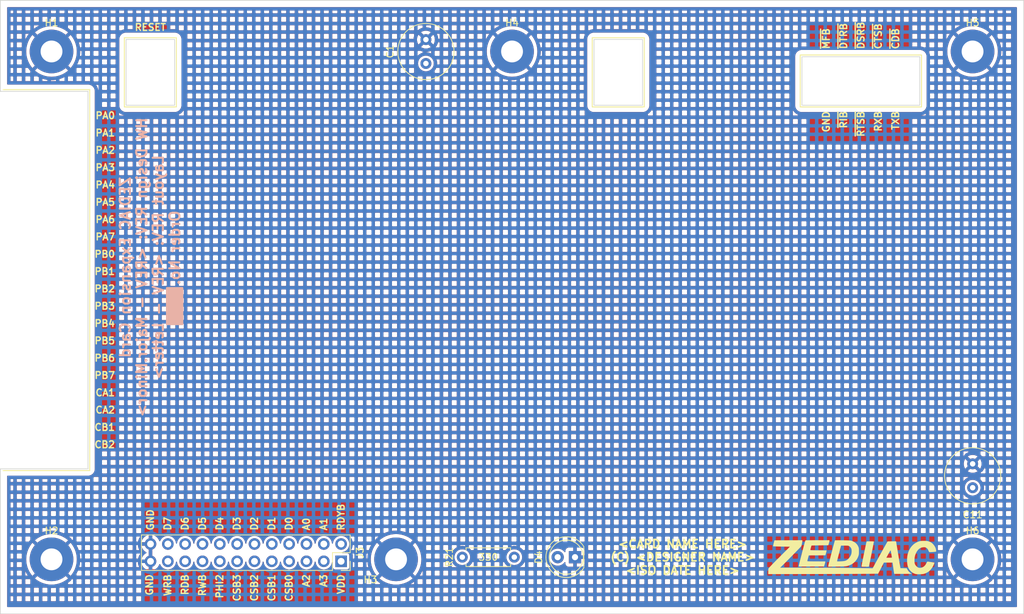
<source format=kicad_pcb>
(kicad_pcb (version 20240108) (generator "pcbnew") (generator_version "8.0")
  (title_block (date "2023-07-02"))
  (layers (0 "F.Cu" signal) (1 "In1.Cu" signal) (2 "In2.Cu" signal) (31 "B.Cu" signal) (34 "B.Paste" user) (35 "F.Paste" user) (36 "B.SilkS" user "B.Silkscreen") (37 "F.SilkS" user "F.Silkscreen") (38 "B.Mask" user) (39 "F.Mask" user) (44 "Edge.Cuts" user))
  (net 0 "")
  (net 1 "VDD")
  (net 2 "GND")
  (net 3 "/{slash}RDB")
  (net 4 "/{slash}WRB")
  (net 5 "/{slash}RWB")
  (net 6 "/AUXCSB0")
  (net 7 "/AUXCSB1")
  (net 8 "/AUXCSB2")
  (net 9 "/AUXCSB3")
  (net 10 "Net-(D4-A)")
  (net 11 "/A1")
  (net 12 "/A0")
  (net 13 "/A3")
  (net 14 "/D7")
  (net 15 "/A2")
  (net 16 "/D6")
  (net 17 "/D5")
  (net 18 "/PHI2")
  (net 19 "/D4")
  (net 20 "/D3")
  (net 21 "/D2")
  (net 22 "/D1")
  (net 23 "/D0")
  (net 24 "/{slash}RDY")
  (footprint "LED_THT:LED_D5.0mm" (layer "F.Cu") (at 109.23 106.68 180)
    (property "Reference" "D4" (at 5.334 0 270) (layer "F.SilkS"))
    (property "Value" "LED")
    (fp_line (start -1.29 -1.545) (end -1.29 1.545) (stroke (width 0.12)) (layer "F.SilkS"))
    (fp_arc (start 4.26 -0.000462) (mid 2.072002 2.880433) (end -1.29 1.54483) (stroke (width 0.12)) (layer "F.SilkS"))
    (fp_arc (start -1.29 -1.54483) (mid 2.072002 -2.880433) (end 4.26 0.000462) (stroke (width 0.12)) (layer "F.SilkS"))
    (fp_circle (center 1.27 0) (end 3.77 0) (stroke (width 0.12)) (fill none) (layer "F.SilkS"))
    (pad "1" thru_hole rect (at 0 0 180) (size 1.8 1.8) (drill 0.9) (layers "*.Cu" "*.Mask") (net 2 "GND"))
    (pad "2" thru_hole circle (at 2.54 0 180) (size 1.8 1.8) (drill 0.9) (layers "*.Cu" "*.Mask") (net 10 "Net-(D4-A)"))
  )
  (footprint "Resistor_THT:R_Axial_DIN0207_L6.3mm_D2.5mm_P7.62mm_Horizontal" (layer "F.Cu") (at 92.71 106.68)
    (property "Reference" "R21" (at -1.905 0 90) (layer "F.SilkS"))
    (property "Value" "330" (at 3.81 0 360) (layer "F.SilkS"))
    (fp_line (start 0.54 -1.37) (end 7.08 -1.37) (stroke (width 0.12)) (layer "F.SilkS"))
    (fp_line (start 0.54 -1.04) (end 0.54 -1.37) (stroke (width 0.12)) (layer "F.SilkS"))
    (fp_line (start 0.54 1.04) (end 0.54 1.37) (stroke (width 0.12)) (layer "F.SilkS"))
    (fp_line (start 0.54 1.37) (end 7.08 1.37) (stroke (width 0.12)) (layer "F.SilkS"))
    (fp_line (start 7.08 -1.37) (end 7.08 -1.04) (stroke (width 0.12)) (layer "F.SilkS"))
    (fp_line (start 7.08 1.37) (end 7.08 1.04) (stroke (width 0.12)) (layer "F.SilkS"))
    (pad "1" thru_hole circle (at 0 0) (size 1.6 1.6) (drill 0.8) (layers "*.Cu" "*.Mask") (net 1 "VDD"))
    (pad "2" thru_hole oval (at 7.62 0) (size 1.6 1.6) (drill 0.8) (layers "*.Cu" "*.Mask") (net 10 "Net-(D4-A)"))
  )
  (footprint "MountingHole:MountingHole_3.2mm_M3_Pad" (layer "F.Cu") (at 167.5 32.5)
    (property "Reference" "H5" (at 0 -4.2 0) (layer "F.SilkS"))
    (property "Value" "MountingHole_Pad")
    (pad "1" thru_hole circle (at 0 0) (size 6.4 6.4) (drill 3.2) (layers "*.Cu" "*.Mask") (net 2 "GND"))
  )
  (footprint "MountingHole:MountingHole_3.2mm_M3_Pad" (layer "F.Cu") (at 32.5 32.5)
    (property "Reference" "H1" (at 0 -4.2 0) (layer "F.SilkS"))
    (property "Value" "MountingHole_Pad")
    (pad "1" thru_hole circle (at 0 0) (size 6.4 6.4) (drill 3.2) (layers "*.Cu" "*.Mask") (net 2 "GND"))
  )
  (footprint "MountingHole:MountingHole_3.2mm_M3_Pad" (layer "F.Cu") (at 167.5 107)
    (property "Reference" "H6" (at 0 -4.2 0) (layer "F.SilkS"))
    (property "Value" "MountingHole_Pad")
    (pad "1" thru_hole circle (at 0 0) (size 6.4 6.4) (drill 3.2) (layers "*.Cu" "*.Mask") (net 2 "GND"))
  )
  (footprint "MountingHole:MountingHole_3.2mm_M3_Pad" (layer "F.Cu") (at 100 32.5)
    (property "Reference" "H4" (at 0 -4.2 0) (layer "F.SilkS"))
    (property "Value" "MountingHole_Pad")
    (pad "1" thru_hole circle (at 0 0) (size 6.4 6.4) (drill 3.2) (layers "*.Cu" "*.Mask") (net 2 "GND"))
  )
  (footprint "Capacitor_THT:C_Radial_D8.0mm_H7.0mm_P3.50mm" (layer "F.Cu") (at 87.376 34.262 90)
    (property "Reference" "C1" (at 1.75 -5.25 90) (layer "F.SilkS"))
    (property "Value" "150u")
    (fp_circle (center 1.75 0) (end 5.87 0) (stroke (width 0.12)) (fill none) (layer "F.SilkS"))
    (pad "1" thru_hole circle (at 0 0 90) (size 1.6 1.6) (drill 0.8) (layers "*.Cu" "*.Mask") (net 1 "VDD"))
    (pad "2" thru_hole circle (at 3.5 0 90) (size 1.6 1.6) (drill 0.8) (layers "*.Cu" "*.Mask") (net 2 "GND"))
  )
  (footprint "MountingHole:MountingHole_3.2mm_M3_Pad" (layer "F.Cu") (at 83 107)
    (property "Reference" "H3" (at -3.752 2.982 0) (layer "F.SilkS"))
    (property "Value" "MountingHole_Pad")
    (pad "1" thru_hole circle (at 0 0) (size 6.4 6.4) (drill 3.2) (layers "*.Cu" "*.Mask") (net 2 "GND"))
  )
  (footprint "Capacitor_THT:C_Radial_D8.0mm_H7.0mm_P3.50mm" (layer "F.Cu") (at 167.513 96.492 90)
    (property "Reference" "C11" (at -3.965 0 180) (layer "F.SilkS"))
    (property "Value" "150u")
    (fp_circle (center 1.75 0) (end 5.87 0) (stroke (width 0.12)) (fill none) (layer "F.SilkS"))
    (pad "1" thru_hole circle (at 0 0 90) (size 1.6 1.6) (drill 0.8) (layers "*.Cu" "*.Mask") (net 1 "VDD"))
    (pad "2" thru_hole circle (at 3.5 0 90) (size 1.6 1.6) (drill 0.8) (layers "*.Cu" "*.Mask") (net 2 "GND"))
  )
  (footprint "zediac:zediac-logo" (layer "F.Cu") (at 149.86 106.68)
    (property "Reference" "G1" (hide yes))
    (property "Value" "LOGO" (hide yes))
    (fp_poly (pts (xy 2.779876 -2.324578) (xy 2.917679 -2.321164) (xy 3.036064 -2.316074) (xy 3.124752 -2.309386) (xy 3.173466 -2.301174) (xy 3.179317 -2.29774) (xy 3.176089 -2.268838) (xy 3.163055 -2.192178) (xy 3.141262 -2.073004) (xy 3.111755 -1.916558) (xy 3.075582 -1.728083) (xy 3.033791 -1.512823) (xy 2.987426 -1.27602) (xy 2.937537 -1.022916) (xy 2.885169 -0.758756) (xy 2.831368 -0.488781) (xy 2.777183 -0.218235) (xy 2.72366 0.04764) (xy 2.671846 0.3036) (xy 2.622787 0.544404) (xy 2.57753 0.764807) (xy 2.537123 0.959567) (xy 2.502611 1.123441) (xy 2.475043 1.251186) (xy 2.455464 1.33756) (xy 2.446427 1.372791) (xy 2.428772 1.385157) (xy 2.380756 1.394371) (xy 2.297056 1.400764) (xy 2.172345 1.404671) (xy 2.001299 1.406427) (xy 1.907028 1.406603) (xy 1.720657 1.406006) (xy 1.581638 1.403888) (xy 1.483232 1.399755) (xy 1.4187 1.393116) (xy 1.381305 1.383479) (xy 1.364308 1.370351) (xy 1.362596 1.366839) (xy 1.364733 1.332891) (xy 1.3769 1.251456) (xy 1.39808 1.128008) (xy 1.427258 0.968019) (xy 1.463418 0.776965) (xy 1.505546 0.560318) (xy 1.552624 0.323552) (xy 1.594713 0.115774) (xy 1.680307 -0.302931) (xy 1.75589 -0.671647) (xy 1.822123 -0.993421) (xy 1.879668 -1.271303) (xy 1.929189 -1.508339) (xy 1.971345 -1.707577) (xy 2.006801 -1.872066) (xy 2.036218 -2.004853) (xy 2.060258 -2.108985) (xy 2.079584 -2.187511) (xy 2.094858 -2.243478) (xy 2.106741 -2.279934) (xy 2.115897 -2.299927) (xy 2.120793 -2.305602) (xy 2.159284 -2.313844) (xy 2.240021 -2.319952) (xy 2.352726 -2.324004) (xy 2.487122 -2.326074) (xy 2.632931 -2.32624)) (fill solid) (layer "F.SilkS"))
    (fp_poly (pts (xy -3.327539 -2.414217) (xy -3.335233 -2.358695) (xy -3.35579 -2.265406) (xy -3.385914 -2.148216) (xy -3.415953 -2.042279) (xy -3.503986 -1.744728) (xy -4.725257 -1.731203) (xy -4.9772 -1.72805) (xy -5.212352 -1.724408) (xy -5.425221 -1.720412) (xy -5.610319 -1.716199) (xy -5.762154 -1.711902) (xy -5.875237 -1.70766) (xy -5.944076 -1.703606) (xy -5.963587 -1.700607) (xy -5.979989 -1.665544) (xy -6.003775 -1.592021) (xy -6.031877 -1.492445) (xy -6.061229 -1.379226) (xy -6.088764 -1.264772) (xy -6.111414 -1.161491) (xy -6.126114 -1.081791) (xy -6.129795 -1.038081) (xy -6.12837 -1.033914) (xy -6.098044 -1.029631) (xy -6.019236 -1.025304) (xy -5.897566 -1.021063) (xy -5.738651 -1.017039) (xy -5.54811 -1.013362) (xy -5.331561 -1.010161) (xy -5.094623 -1.007567) (xy -4.934409 -1.006282) (xy -3.759958 -0.998187) (xy -3.759873 -0.938657) (xy -3.766964 -0.889616) (xy -3.786277 -0.80165) (xy -3.814761 -0.687733) (xy -3.845339 -0.575086) (xy -3.93089 -0.271045) (xy -5.148211 -0.26401) (xy -6.365531 -0.256975) (xy -6.590197 0.581577) (xy -6.480242 0.599859) (xy -6.430626 0.603717) (xy -6.332999 0.607388) (xy -6.193449 0.610778) (xy -6.018066 0.613794) (xy -5.812937 0.616341) (xy -5.584153 0.618327) (xy -5.337802 0.619658) (xy -5.159798 0.620147) (xy -3.949308 0.622152) (xy -3.949679 0.696539) (xy -3.957466 0.752012) (xy -3.978287 0.845212) (xy -4.008804 0.962301) (xy -4.039337 1.068478) (xy -4.128625 1.366028) (xy -5.986571 1.372977) (xy -7.844516 1.379926) (xy -7.844306 1.318877) (xy -7.837319 1.276231) (xy -7.816651 1.182384) (xy -7.782573 1.038406) (xy -7.735353 0.845366) (xy -7.675261 0.604335) (xy -7.602566 0.316383) (xy -7.517539 -0.017421) (xy -7.420449 -0.396008) (xy -7.311564 -0.818306) (xy -7.191155 -1.283247) (xy -7.11209 -1.587619) (xy -7.049202 -1.828114) (xy -6.997741 -2.021209) (xy -6.956089 -2.172008) (xy -6.922623 -2.285612) (xy -6.895724 -2.367126) (xy -6.87377 -2.421651) (xy -6.855142 -2.454292) (xy -6.838217 -2.47015) (xy -6.830845 -2.473139) (xy -6.794801 -2.475715) (xy -6.709386 -2.478159) (xy -6.579332 -2.480431) (xy -6.409367 -2.482491) (xy -6.204222 -2.484299) (xy -5.968626 -2.485815) (xy -5.707309 -2.486998) (xy -5.425002 -2.487808) (xy -5.126434 -2.488205) (xy -5.051598 -2.488235) (xy -3.327157 -2.488604)) (fill solid) (layer "F.SilkS"))
    (fp_poly (pts (xy 10.686224 -2.391182) (xy 10.822463 -2.386542) (xy 10.930697 -2.377628) (xy 11.023957 -2.363183) (xy 11.115276 -2.341955) (xy 11.157332 -2.330389) (xy 11.362067 -2.261947) (xy 11.531455 -2.179423) (xy 11.684147 -2.072048) (xy 11.820367 -1.947603) (xy 12.01077 -1.72557) (xy 12.156491 -1.485858) (xy 12.254376 -1.234798) (xy 12.300883 -0.983475) (xy 12.307446 -0.892226) (xy 12.304614 -0.841223) (xy 12.287556 -0.816806) (xy 12.251437 -0.805311) (xy 12.236856 -0.802473) (xy 12.147802 -0.788991) (xy 12.029088 -0.775902) (xy 11.891655 -0.763853) (xy 11.746442 -0.753493) (xy 11.604389 -0.74547) (xy 11.476437 -0.740433) (xy 11.373524 -0.73903) (xy 11.306592 -0.741909) (xy 11.287793 -0.746232) (xy 11.256345 -0.784542) (xy 11.217683 -0.856754) (xy 11.188698 -0.925475) (xy 11.100564 -1.114959) (xy 10.99406 -1.25863) (xy 10.863725 -1.363212) (xy 10.809085 -1.392995) (xy 10.726588 -1.43049) (xy 10.657271 -1.451443) (xy 10.58102 -1.459159) (xy 10.47772 -1.456942) (xy 10.434156 -1.454587) (xy 10.194809 -1.41684) (xy 9.977805 -1.331953) (xy 9.781982 -1.199015) (xy 9.606181 -1.017114) (xy 9.449239 -0.785337) (xy 9.357319 -0.608626) (xy 9.264764 -0.393152) (xy 9.199448 -0.190963) (xy 9.157734 0.015087) (xy 9.13598 0.242144) (xy 9.130473 0.459851) (xy 9.133961 0.669079) (xy 9.147977 0.835741) (xy 9.176227 0.970942) (xy 9.222418 1.085786) (xy 9.290258 1.191377) (xy 9.383454 1.298817) (xy 9.424576 1.340735) (xy 9.556152 1.455799) (xy 9.683203 1.527437) (xy 9.822427 1.561982) (xy 9.990525 1.56577) (xy 10.014222 1.564408) (xy 10.21725 1.524861) (xy 10.408426 1.435205) (xy 10.583374 1.298914) (xy 10.737717 1.11946) (xy 10.867079 0.900314) (xy 10.876816 0.879897) (xy 10.936047 0.76104) (xy 10.981966 0.687499) (xy 11.018639 0.653353) (xy 11.035211 0.649202) (xy 11.077661 0.652973) (xy 11.163743 0.663424) (xy 11.283582 0.679258) (xy 11.427299 0.699178) (xy 11.550372 0.716827) (xy 11.702692 0.738868) (xy 11.835763 0.757904) (xy 11.940623 0.772668) (xy 12.008312 0.781899) (xy 12.029822 0.784452) (xy 12.042071 0.807194) (xy 12.034451 0.868393) (xy 12.010025 0.957505) (xy 11.971857 1.063989) (xy 11.923011 1.177301) (xy 11.90461 1.21532) (xy 11.728974 1.528753) (xy 11.537562 1.793397) (xy 11.325826 2.013384) (xy 11.089218 2.192846) (xy 10.823191 2.335916) (xy 10.563046 2.43439) (xy 10.436032 2.464074) (xy 10.271731 2.486879) (xy 10.083449 2.502478) (xy 9.884489 2.510542) (xy 9.688156 2.510743) (xy 9.507755 2.502754) (xy 9.356589 2.486247) (xy 9.264643 2.466387) (xy 9.043661 2.387037) (xy 8.857182 2.289137) (xy 8.686089 2.161345) (xy 8.573676 2.05648) (xy 8.412306 1.87654) (xy 8.284502 1.688606) (xy 8.187074 1.484216) (xy 8.116831 1.254906) (xy 8.070583 0.992213) (xy 8.045139 0.687672) (xy 8.043415 0.64988) (xy 8.040895 0.253949) (xy 8.069729 -0.105958) (xy 8.131646 -0.439087) (xy 8.228376 -0.754683) (xy 8.361649 -1.061992) (xy 8.364879 -1.068477) (xy 8.547639 -1.381413) (xy 8.764114 -1.658439) (xy 9.010389 -1.895771) (xy 9.282549 -2.089629) (xy 9.57145 -2.234124) (xy 9.727224 -2.293637) (xy 9.864608 -2.336616) (xy 9.998243 -2.365539) (xy 10.142769 -2.382885) (xy 10.312828 -2.391132) (xy 10.508945 -2.392801)) (fill solid) (layer "F.SilkS"))
    (fp_poly (pts (xy -1.731748 -2.482094) (xy -1.499122 -2.480354) (xy -1.420128 -2.479524) (xy -1.128937 -2.476044) (xy -0.885685 -2.472222) (xy -0.684216 -2.467277) (xy -0.51837 -2.460429) (xy -0.38199 -2.450897) (xy -0.268918 -2.437901) (xy -0.172994 -2.420661) (xy -0.088062 -2.398397) (xy -0.007962 -2.370329) (xy 0.073463 -2.335677) (xy 0.162372 -2.293659) (xy 0.202875 -2.273898) (xy 0.441395 -2.128015) (xy 0.643275 -1.943182) (xy 0.805438 -1.722812) (xy 0.923387 -1.474228) (xy 0.946171 -1.405679) (xy 0.962437 -1.337126) (xy 0.973301 -1.257483) (xy 0.979874 -1.155666) (xy 0.98327 -1.020589) (xy 0.984513 -0.865601) (xy 0.984383 -0.691745) (xy 0.981645 -0.559937) (xy 0.975163 -0.458143) (xy 0.963802 -0.374332) (xy 0.946426 -0.29647) (xy 0.923325 -0.217082) (xy 0.814575 0.06855) (xy 0.672552 0.326122) (xy 0.490173 0.566655) (xy 0.281272 0.781792) (xy 0.035689 0.975141) (xy -0.248493 1.132207) (xy -0.57247 1.253613) (xy -0.691707 1.286829) (xy -0.750225 1.301626) (xy -0.804973 1.314408) (xy -0.860398 1.325396) (xy -0.920944 1.334808) (xy -0.991055 1.342865) (xy -1.075176 1.349787) (xy -1.177752 1.355794) (xy -1.303227 1.361105) (xy -1.456046 1.365941) (xy -1.640653 1.370521) (xy -1.861493 1.375065) (xy -2.123012 1.379794) (xy -2.429652 1.384927) (xy -2.785859 1.390684) (xy -2.792918 1.390797) (xy -3.516507 1.402417) (xy -3.516507 1.335024) (xy -3.515963 1.317303) (xy -3.513751 1.295131) (xy -3.509002 1.265013) (xy -3.500849 1.22345) (xy -3.488424 1.166947) (xy -3.470857 1.092005) (xy -3.44728 0.995128) (xy -3.416826 0.872819) (xy -3.378625 0.72158) (xy -3.341215 0.574814) (xy -2.216937 0.574814) (xy -2.211576 0.597663) (xy -2.18736 0.611608) (xy -2.134156 0.618611) (xy -2.041832 0.620635) (xy -1.981417 0.620419) (xy -1.850038 0.617526) (xy -1.689447 0.611155) (xy -1.524338 0.602387) (xy -1.433653 0.596445) (xy -1.223131 0.574517) (xy -1.051724 0.53893) (xy -0.905134 0.484603) (xy -0.769061 0.406454) (xy -0.652801 0.318992) (xy -0.510893 0.181218) (xy -0.37316 0.008972) (xy -0.253028 -0.178912) (xy -0.163922 -0.363604) (xy -0.161259 -0.370486) (xy -0.119999 -0.516534) (xy -0.093654 -0.689529) (xy -0.083089 -0.871158) (xy -0.089168 -1.043109) (xy -0.112755 -1.187067) (xy -0.121336 -1.216078) (xy -0.20573 -1.388438) (xy -0.335147 -1.531582) (xy -0.456799 -1.617274) (xy -0.500963 -1.642464) (xy -0.54134 -1.661106) (xy -0.586695 -1.674184) (xy -0.64579 -1.682686) (xy -0.727389 -1.687596) (xy -0.840254 -1.6899) (xy -0.99315 -1.690585) (xy -1.108894 -1.690628) (xy -1.636212 -1.690628) (xy -1.925991 -0.581576) (xy -1.987746 -0.344237) (xy -2.045059 -0.12207) (xy -2.096499 0.079239) (xy -2.140634 0.254001) (xy -2.176034 0.396527) (xy -2.201267 0.501129) (xy -2.214902 0.562119) (xy -2.216937 0.574814) (xy -3.341215 0.574814) (xy -3.331809 0.537915) (xy -3.27551 0.318327) (xy -3.208859 0.059317) (xy -3.130989 -0.24261) (xy -3.04103 -0.590952) (xy -2.97006 -0.865601) (xy -2.896431 -1.149013) (xy -2.826099 -1.416866) (xy -2.760321 -1.664559) (xy -2.700354 -1.887494) (xy -2.647457 -2.081071) (xy -2.602884 -2.240689) (xy -2.567895 -2.36175) (xy -2.543745 -2.439654) (xy -2.531692 -2.4698) (xy -2.531615 -2.469862) (xy -2.498917 -2.474342) (xy -2.418061 -2.477914) (xy -2.294981 -2.480527) (xy -2.135613 -2.482129) (xy -1.94589 -2.482668)) (fill solid) (layer "F.SilkS"))
    (fp_poly (pts (xy -7.303515 -2.417392) (xy -7.309058 -2.33994) (xy -7.323964 -2.22849) (xy -7.345649 -2.096559) (xy -7.371527 -1.95766) (xy -7.399013 -1.825309) (xy -7.425523 -1.71302) (xy -7.448472 -1.634308) (xy -7.457482 -1.612385) (xy -7.481742 -1.582557) (xy -7.540569 -1.518025) (xy -7.630377 -1.422445) (xy -7.747583 -1.299472) (xy -7.888603 -1.15276) (xy -8.04985 -0.985965) (xy -8.227742 -0.802741) (xy -8.418694 -0.606743) (xy -8.619121 -0.401627) (xy -8.825439 -0.191046) (xy -9.034063 0.021343) (xy -9.241409 0.231887) (xy -9.443892 0.43693) (xy -9.637929 0.632817) (xy -9.819934 0.815894) (xy -9.986323 0.982506) (xy -10.133512 1.128997) (xy -10.257917 1.251713) (xy -10.355952 1.346999) (xy -10.411006 1.399184) (xy -10.563046 1.540541) (xy -6.933051 1.541197) (xy -6.449657 1.541497) (xy -5.952407 1.542205) (xy -5.447147 1.543294) (xy -4.939724 1.544737) (xy -4.435985 1.546505) (xy -3.941778 1.548571) (xy -3.46295 1.550907) (xy -3.005347 1.553486) (xy -2.574818 1.556279) (xy -2.177208 1.559259) (xy -1.818365 1.562398) (xy -1.504137 1.565669) (xy -1.33369 1.567759) (xy -0.97129 1.572527) (xy -0.593765 1.577496) (xy -0.209524 1.582555) (xy 0.173022 1.587593) (xy 0.545463 1.592499) (xy 0.899389 1.597164) (xy 1.226389 1.601475) (xy 1.518053 1.605322) (xy 1.76597 1.608594) (xy 1.816031 1.609256) (xy 2.996386 1.624847) (xy 3.369539 0.940912) (xy 3.461244 0.773355) (xy 3.567488 0.580133) (xy 3.685724 0.365812) (xy 3.813404 0.134959) (xy 3.843226 0.081151) (xy 4.999119 0.081151) (xy 5.40744 0.081151) (xy 5.574922 0.079937) (xy 5.693869 0.075999) (xy 5.769796 0.068888) (xy 5.808221 0.058156) (xy 5.815761 0.047985) (xy 5.811119 0.004562) (xy 5.798428 -0.079948) (xy 5.779545 -0.195185) (xy 5.756326 -0.330793) (xy 5.730624 -0.476413) (xy 5.704297 -0.621688) (xy 5.679199 -0.75626) (xy 5.657186 -0.869771) (xy 5.640113 -0.951864) (xy 5.629837 -0.992181) (xy 5.629153 -0.993711) (xy 5.61087 -0.982581) (xy 5.571246 -0.928764) (xy 5.513719 -0.837665) (xy 5.441725 -0.714688) (xy 5.371085 -0.58796) (xy 5.289605 -0.439211) (xy 5.212316 -0.298677) (xy 5.144855 -0.176565) (xy 5.092861 -0.083084) (xy 5.065065 -0.033812) (xy 4.999119 0.081151) (xy 3.843226 0.081151) (xy 3.947979 -0.107858) (xy 4.086903 -0.358073) (xy 4.227628 -0.61112) (xy 4.367605 -0.862431) (xy 4.504288 -1.107439) (xy 4.635129 -1.341579) (xy 4.75758 -1.560282) (xy 4.869093 -1.758982) (xy 4.967121 -1.933112) (xy 5.049115 -2.078106) (xy 5.11253 -2.189396) (xy 5.154815 -2.262416) (xy 5.173339 -2.292492) (xy 5.197578 -2.304215) (xy 5.252573 -2.313154) (xy 5.343241 -2.319568) (xy 5.474502 -2.323716) (xy 5.651272 -2.325858) (xy 5.814769 -2.326304) (xy 6.429303 -2.326304) (xy 6.595627 -1.305165) (xy 6.638117 -1.043837) (xy 6.682358 -0.770918) (xy 6.726508 -0.497822) (xy 6.768727 -0.235963) (xy 6.807173 0.003246) (xy 6.840005 0.20839) (xy 6.858502 0.324601) (xy 6.890695 0.525846) (xy 6.924337 0.733205) (xy 6.95709 0.932467) (xy 6.986614 1.109418) (xy 7.01057 1.249847) (xy 7.014321 1.271353) (xy 7.073589 1.609479) (xy 7.993329 1.624223) (xy 8.086741 1.804389) (xy 8.192616 1.971337) (xy 8.330445 2.134579) (xy 8.484236 2.277039) (xy 8.615442 2.368963) (xy 8.750692 2.44803) (xy 7.454808 2.455058) (xy 7.195503 2.456312) (xy 6.953195 2.45719) (xy 6.733156 2.457694) (xy 6.54066 2.457826) (xy 6.380978 2.457587) (xy 6.259383 2.456979) (xy 6.181147 2.456005) (xy 6.151543 2.454666) (xy 6.151449 2.454609) (xy 6.145949 2.426995) (xy 6.133932 2.352345) (xy 6.116374 2.237203) (xy 6.094253 2.088111) (xy 6.068546 1.911613) (xy 6.040229 1.714251) (xy 6.027205 1.622555) (xy 5.910436 0.797977) (xy 4.645254 0.797977) (xy 4.429697 1.217253) (xy 4.337699 1.396132) (xy 4.234017 1.59762) (xy 4.129647 1.800358) (xy 4.035581 1.982987) (xy 4.010114 2.032409) (xy 3.806088 2.428289) (xy 2.694258 2.444352) (xy 2.567331 2.445848) (xy 2.389073 2.44743) (xy 2.162251 2.449088) (xy 1.889634 2.45081) (xy 1.573991 2.452585) (xy 1.218089 2.454402) (xy 0.824698 2.456252) (xy 0.396584 2.458122) (xy -0.063483 2.460002) (xy -0.552734 2.461881) (xy -1.068402 2.463749) (xy -1.607719 2.465594) (xy -2.167916 2.467405) (xy -2.746224 2.469172) (xy -3.339875 2.470883) (xy -3.946102 2.472529) (xy -4.562135 2.474097) (xy -5.185206 2.475578) (xy -5.362673 2.47598) (xy -12.307774 2.491546) (xy -12.307774 2.124031) (xy -12.305496 1.946507) (xy -12.298177 1.814709) (xy -12.285098 1.720436) (xy -12.266797 1.658444) (xy -12.243653 1.622677) (xy -12.192714 1.560519) (xy -12.11301 1.470976) (xy -12.00357 1.353053) (xy -11.863426 1.205755) (xy -11.691608 1.028088) (xy -11.487145 0.819057) (xy -11.249068 0.577667) (xy -10.976407 0.302924) (xy -10.668193 -0.006168) (xy -10.323455 -0.350602) (xy -9.941223 -0.731375) (xy -9.794649 -0.877147) (xy -9.134452 -1.533474) (xy -10.349175 -1.552949) (xy -10.634083 -1.558089) (xy -10.889392 -1.563845) (xy -11.111218 -1.570073) (xy -11.295682 -1.576629) (xy -11.438902 -1.583371) (xy -11.536997 -1.590154) (xy -11.586085 -1.596834) (xy -11.590758 -1.598876) (xy -11.595572 -1.637551) (xy -11.583406 -1.726736) (xy -11.554404 -1.865626) (xy -11.509528 -2.050203) (xy -11.401438 -2.475079) (xy -9.352477 -2.482012) (xy -7.303515 -2.488944)) (fill solid) (layer "F.SilkS"))
  )
  (footprint "Connector_PinSocket_2.54mm:PinSocket_2x12_P2.54mm_Vertical" (layer "F.Cu") (at 74.95 107.29 -90)
    (property "Reference" "J3" (at -1.27 -2.77 90) (layer "F.SilkS"))
    (property "Value" "Conn_02x12_Odd_Even")
    (fp_line (start -3.87 29.27) (end 1.33 29.27) (stroke (width 0.12)) (layer "F.SilkS"))
    (fp_line (start -1.27 1.27) (end 1.33 1.27) (stroke (width 0.12)) (layer "F.SilkS"))
    (fp_line (start 1.33 1.27) (end 1.33 29.27) (stroke (width 0.12)) (layer "F.SilkS"))
    (fp_line (start -3.87 -1.33) (end -3.87 29.27) (stroke (width 0.12)) (layer "F.SilkS"))
    (fp_line (start -3.87 -1.33) (end -1.27 -1.33) (stroke (width 0.12)) (layer "F.SilkS"))
    (fp_line (start -1.27 -1.33) (end -1.27 1.27) (stroke (width 0.12)) (layer "F.SilkS"))
    (fp_line (start 0 -1.33) (end 1.33 -1.33) (stroke (width 0.12)) (layer "F.SilkS"))
    (fp_line (start 1.33 -1.33) (end 1.33 0) (stroke (width 0.12)) (layer "F.SilkS"))
    (pad "1" thru_hole rect (at 0 0 270) (size 1.7 1.7) (drill 1) (layers "*.Cu" "*.Mask") (net 1 "VDD"))
    (pad "2" thru_hole oval (at -2.54 0 270) (size 1.7 1.7) (drill 1) (layers "*.Cu" "*.Mask") (net 24 "/{slash}RDY"))
    (pad "3" thru_hole oval (at 0 2.54 270) (size 1.7 1.7) (drill 1) (layers "*.Cu" "*.Mask") (net 13 "/A3"))
    (pad "4" thru_hole oval (at -2.54 2.54 270) (size 1.7 1.7) (drill 1) (layers "*.Cu" "*.Mask") (net 11 "/A1"))
    (pad "5" thru_hole oval (at 0 5.08 270) (size 1.7 1.7) (drill 1) (layers "*.Cu" "*.Mask") (net 15 "/A2"))
    (pad "6" thru_hole oval (at -2.54 5.08 270) (size 1.7 1.7) (drill 1) (layers "*.Cu" "*.Mask") (net 12 "/A0"))
    (pad "7" thru_hole oval (at 0 7.62 270) (size 1.7 1.7) (drill 1) (layers "*.Cu" "*.Mask") (net 6 "/AUXCSB0"))
    (pad "8" thru_hole oval (at -2.54 7.62 270) (size 1.7 1.7) (drill 1) (layers "*.Cu" "*.Mask") (net 23 "/D0"))
    (pad "9" thru_hole oval (at 0 10.16 270) (size 1.7 1.7) (drill 1) (layers "*.Cu" "*.Mask") (net 7 "/AUXCSB1"))
    (pad "10" thru_hole oval (at -2.54 10.16 270) (size 1.7 1.7) (drill 1) (layers "*.Cu" "*.Mask") (net 22 "/D1"))
    (pad "11" thru_hole oval (at 0 12.7 270) (size 1.7 1.7) (drill 1) (layers "*.Cu" "*.Mask") (net 8 "/AUXCSB2"))
    (pad "12" thru_hole oval (at -2.54 12.7 270) (size 1.7 1.7) (drill 1) (layers "*.Cu" "*.Mask") (net 21 "/D2"))
    (pad "13" thru_hole oval (at 0 15.24 270) (size 1.7 1.7) (drill 1) (layers "*.Cu" "*.Mask") (net 9 "/AUXCSB3"))
    (pad "14" thru_hole oval (at -2.54 15.24 270) (size 1.7 1.7) (drill 1) (layers "*.Cu" "*.Mask") (net 20 "/D3"))
    (pad "15" thru_hole oval (at 0 17.78 270) (size 1.7 1.7) (drill 1) (layers "*.Cu" "*.Mask") (net 18 "/PHI2"))
    (pad "16" thru_hole oval (at -2.54 17.78 270) (size 1.7 1.7) (drill 1) (layers "*.Cu" "*.Mask") (net 19 "/D4"))
    (pad "17" thru_hole oval (at 0 20.32 270) (size 1.7 1.7) (drill 1) (layers "*.Cu" "*.Mask") (net 5 "/{slash}RWB"))
    (pad "18" thru_hole oval (at -2.54 20.32 270) (size 1.7 1.7) (drill 1) (layers "*.Cu" "*.Mask") (net 17 "/D5"))
    (pad "19" thru_hole oval (at 0 22.86 270) (size 1.7 1.7) (drill 1) (layers "*.Cu" "*.Mask") (net 3 "/{slash}RDB"))
    (pad "20" thru_hole oval (at -2.54 22.86 270) (size 1.7 1.7) (drill 1) (layers "*.Cu" "*.Mask") (net 16 "/D6"))
    (pad "21" thru_hole oval (at 0 25.4 270) (size 1.7 1.7) (drill 1) (layers "*.Cu" "*.Mask") (net 4 "/{slash}WRB"))
    (pad "22" thru_hole oval (at -2.54 25.4 270) (size 1.7 1.7) (drill 1) (layers "*.Cu" "*.Mask") (net 14 "/D7"))
    (pad "23" thru_hole oval (at 0 27.94 270) (size 1.7 1.7) (drill 1) (layers "*.Cu" "*.Mask") (net 2 "GND"))
    (pad "24" thru_hole oval (at -2.54 27.94 270) (size 1.7 1.7) (drill 1) (layers "*.Cu" "*.Mask") (net 2 "GND"))
  )
  (footprint "MountingHole:MountingHole_3.2mm_M3_Pad" (layer "F.Cu") (at 32.5 107)
    (property "Reference" "H2" (at 0 -4.2 0) (layer "F.SilkS"))
    (property "Value" "MountingHole_Pad")
    (pad "1" thru_hole circle (at 0 0) (size 6.4 6.4) (drill 3.2) (layers "*.Cu" "*.Mask") (net 2 "GND"))
  )
  (gr_line (start 38.1 38.1) (end 38.1 93.98) (stroke (width 0.15)) (layer "F.SilkS"))
  (gr_rect (start 43.18 30.48) (end 50.8 40.64) (stroke (width 0.15)) (fill none) (layer "F.SilkS"))
  (gr_rect (start 142.24 33.02) (end 160.02 40.64) (stroke (width 0.15)) (fill none) (layer "F.SilkS"))
  (gr_line (start 25.4 38.1) (end 38.1 38.1) (stroke (width 0.15)) (layer "F.SilkS"))
  (gr_rect (start 111.76 30.48) (end 119.38 40.64) (stroke (width 0.15)) (fill none) (layer "F.SilkS"))
  (gr_line (start 38.1 93.98) (end 25.4 93.98) (stroke (width 0.15)) (layer "F.SilkS"))
  (gr_line (start 25 25) (end 25 38.354) (stroke (width 0.1)) (layer "Edge.Cuts"))
  (gr_line (start 37.846 93.726) (end 37.846 38.354) (stroke (width 0.1)) (layer "Edge.Cuts"))
  (gr_rect (start 43.434 30.734) (end 50.546 40.386) (stroke (width 0.1)) (fill none) (layer "Edge.Cuts"))
  (gr_line (start 175 115) (end 25 115) (stroke (width 0.1)) (layer "Edge.Cuts"))
  (gr_line (start 25 25) (end 175 25) (stroke (width 0.1)) (layer "Edge.Cuts"))
  (gr_rect (start 142.494 33.274) (end 159.766 40.386) (stroke (width 0.1)) (fill none) (layer "Edge.Cuts"))
  (gr_line (start 25 38.354) (end 37.846 38.354) (stroke (width 0.1)) (layer "Edge.Cuts"))
  (gr_line (start 25 115) (end 25 93.726) (stroke (width 0.1)) (layer "Edge.Cuts"))
  (gr_line (start 25 93.726) (end 37.846 93.726) (stroke (width 0.1)) (layer "Edge.Cuts"))
  (gr_rect (start 112.014 30.734) (end 119.126 40.386) (stroke (width 0.1)) (fill none) (layer "Edge.Cuts"))
  (gr_line (start 175 25) (end 175 115) (stroke (width 0.1)) (layer "Edge.Cuts"))
  (gr_text "ZEDIAC Expansion Card\nHW Design REV: <REV - Major.Minor>\nLayout REV: <REV - Letter>\nOrder No.     " (at 46.9392 64.1604 90) (layer "B.SilkS") (effects (font (size 1.5 1.5) (thickness 0.3)) (justify mirror)))
  (gr_text "GND" (at 46.863 109.093 90) (layer "F.SilkS") (effects (font (size 1 1) (thickness 0.2)) (justify right)))
  (gr_text "PB6\n" (at 41.91 77.47 0) (layer "F.SilkS") (effects (font (size 1 1) (thickness 0.2)) (justify right)))
  (gr_text "PA5\n" (at 41.91 54.61 0) (layer "F.SilkS") (effects (font (size 1 1) (thickness 0.2)) (justify right)))
  (gr_text "CB1\n" (at 41.91 87.63 0) (layer "F.SilkS") (effects (font (size 1 1) (thickness 0.2)) (justify right)))
  (gr_text "<CARD NAME HERE>\n(C) <DESIGNER NAME>\n<ISO DATE HERE>" (at 125 106.68 0) (layer "F.SilkS") (effects (font (size 1.2 1.2) (thickness 0.25))))
  (gr_text "VDD" (at 74.93 109.093 90) (layer "F.SilkS") (effects (font (size 1 1) (thickness 0.2)) (justify right)))
  (gr_text "CSB3" (at 59.69 109.093 90) (layer "F.SilkS") (effects (font (size 1 1) (thickness 0.2)) (justify right)))
  (gr_text "~{MFB}" (at 146.05 32.258 90) (layer "F.SilkS") (effects (font (size 1 1) (thickness 0.2)) (justify left)))
  (gr_text "PB4\n" (at 41.91 72.39 0) (layer "F.SilkS") (effects (font (size 1 1) (thickness 0.2)) (justify right)))
  (gr_text "~{RTSB}" (at 151.13 41.148 90) (layer "F.SilkS") (effects (font (size 1 1) (thickness 0.2)) (justify right)))
  (gr_text "PB0\n" (at 41.91 62.23 0) (layer "F.SilkS") (effects (font (size 1 1) (thickness 0.2)) (justify right)))
  (gr_text "CSB2" (at 62.23 109.093 90) (layer "F.SilkS") (effects (font (size 1 1) (thickness 0.2)) (justify right)))
  (gr_text "WRB" (at 49.53 109.093 90) (layer "F.SilkS") (effects (font (size 1 1) (thickness 0.2)) (justify right)))
  (gr_text "~{CTSB}" (at 153.67 32.258 90) (layer "F.SilkS") (effects (font (size 1 1) (thickness 0.2)) (justify left)))
  (gr_text "PB7\n" (at 41.91 80.01 0) (layer "F.SilkS") (effects (font (size 1 1) (thickness 0.2)) (justify right)))
  (gr_text "D3" (at 59.69 102.87 90) (layer "F.SilkS") (effects (font (size 1 1) (thickness 0.2)) (justify left)))
  (gr_text "PA1" (at 41.91 44.45 0) (layer "F.SilkS") (effects (font (size 1 1) (thickness 0.2)) (justify right)))
  (gr_text "PA0" (at 41.91 41.91 0) (layer "F.SilkS") (effects (font (size 1 1) (thickness 0.2)) (justify right)))
  (gr_text "RDB" (at 52.07 109.093 90) (layer "F.SilkS") (effects (font (size 1 1) (thickness 0.2)) (justify right)))
  (gr_text "PA3\n" (at 41.91 49.53 0) (layer "F.SilkS") (effects (font (size 1 1) (thickness 0.2)) (justify right)))
  (gr_text "~{DSRB}" (at 151.13 32.258 90) (layer "F.SilkS") (effects (font (size 1 1) (thickness 0.2)) (justify left)))
  (gr_text "~{DTRB}" (at 148.59 32.258 90) (layer "F.SilkS") (effects (font (size 1 1) (thickness 0.2)) (justify left)))
  (gr_text "CA1\n" (at 41.91 82.55 0) (layer "F.SilkS") (effects (font (size 1 1) (thickness 0.2)) (justify right)))
  (gr_text "PB5\n" (at 41.91 74.93 0) (layer "F.SilkS") (effects (font (size 1 1) (thickness 0.2)) (justify right)))
  (gr_text "A0" (at 69.85 102.87 90) (layer "F.SilkS") (effects (font (size 1 1) (thickness 0.2)) (justify left)))
  (gr_text "RXB" (at 153.67 41.148 90) (layer "F.SilkS") (effects (font (size 1 1) (thickness 0.2)) (justify right)))
  (gr_text "CSB0" (at 67.31 109.093 90) (layer "F.SilkS") (effects (font (size 1 1) (thickness 0.2)) (justify right)))
  (gr_text "TXB" (at 156.21 41.148 90) (layer "F.SilkS") (effects (font (size 1 1) (thickness 0.2)) (justify right)))
  (gr_text "PHI2" (at 57.15 109.093 90) (layer "F.SilkS") (effects (font (size 1 1) (thickness 0.2)) (justify right)))
  (gr_text "RDYB" (at 74.93 102.87 90) (layer "F.SilkS") (effects (font (size 1 1) (thickness 0.2)) (justify left)))
  (gr_text "D4" (at 57.15 102.87 90) (layer "F.SilkS") (effects (font (size 1 1) (thickness 0.2)) (justify left)))
  (gr_text "PA2" (at 41.91 46.99 0) (layer "F.SilkS") (effects (font (size 1 1) (thickness 0.2)) (justify right)))
  (gr_text "CSB1" (at 64.77 109.093 90) (layer "F.SilkS") (effects (font (size 1 1) (thickness 0.2)) (justify right)))
  (gr_text "D0" (at 67.31 102.87 90) (layer "F.SilkS") (effects (font (size 1 1) (thickness 0.2)) (justify left)))
  (gr_text "PA4\n" (at 41.91 52.07 0) (layer "F.SilkS") (effects (font (size 1 1) (thickness 0.2)) (justify right)))
  (gr_text "CA2\n" (at 41.91 85.09 0) (layer "F.SilkS") (effects (font (size 1 1) (thickness 0.2)) (justify right)))
  (gr_text "PA6\n" (at 41.91 57.15 0) (layer "F.SilkS") (effects (font (size 1 1) (thickness 0.2)) (justify right)))
  (gr_text "PA7\n" (at 41.91 59.69 0) (layer "F.SilkS") (effects (font (size 1 1) (thickness 0.2)) (justify right)))
  (gr_text "D2" (at 62.23 102.87 90) (layer "F.SilkS") (effects (font (size 1 1) (thickness 0.2)) (justify left)))
  (gr_text "D5" (at 54.61 102.87 90) (layer "F.SilkS") (effects (font (size 1 1) (thickness 0.2)) (justify left)))
  (gr_text "A2" (at 69.85 109.093 90) (layer "F.SilkS") (effects (font (size 1 1) (thickness 0.2)) (justify right)))
  (gr_text "GND" (at 46.99 102.87 90) (layer "F.SilkS") (effects (font (size 1 1) (thickness 0.2)) (justify left)))
  (gr_text "RWB" (at 54.61 109.093 90) (layer "F.SilkS") (effects (font (size 1 1) (thickness 0.2)) (justify right)))
  (gr_text "D6" (at 52.07 102.87 90) (layer "F.SilkS") (effects (font (size 1 1) (thickness 0.2)) (justify left)))
  (gr_text "~{CDB}" (at 156.21 32.258 90) (layer "F.SilkS") (effects (font (size 1 1) (thickness 0.2)) (justify left)))
  (gr_text "~{RIB}" (at 148.59 41.148 90) (layer "F.SilkS") (effects (font (size 1 1) (thickness 0.2)) (justify right)))
  (gr_text "PB2\n" (at 41.91 67.31 0) (layer "F.SilkS") (effects (font (size 1 1) (thickness 0.2)) (justify right)))
  (gr_text "D7" (at 49.53 102.87 90) (layer "F.SilkS") (effects (font (size 1 1) (thickness 0.2)) (justify left)))
  (gr_text "CB2\n" (at 41.91 90.17 0) (layer "F.SilkS") (effects (font (size 1 1) (thickness 0.2)) (justify right)))
  (gr_text "PB3\n" (at 41.91 69.85 0) (layer "F.SilkS") (effects (font (size 1 1) (thickness 0.2)) (justify right)))
  (gr_text "GND" (at 146.05 41.148 90) (layer "F.SilkS") (effects (font (size 1 1) (thickness 0.2)) (justify right)))
  (gr_text "A3" (at 72.39 109.093 90) (layer "F.SilkS") (effects (font (size 1 1) (thickness 0.2)) (justify right)))
  (gr_text "RESET" (at 46.99 28.956 0) (layer "F.SilkS") (effects (font (size 1 1) (thickness 0.2))))
  (gr_text "PB1\n" (at 41.91 64.77 0) (layer "F.SilkS") (effects (font (size 1 1) (thickness 0.2)) (justify right)))
  (gr_text "D1" (at 64.77 102.87 90) (layer "F.SilkS") (effects (font (size 1 1) (thickness 0.2)) (justify left)))
  (gr_text "A1" (at 72.39 102.87 90) (layer "F.SilkS") (effects (font (size 1 1) (thickness 0.2)) (justify left)))
  (zone (net 2) (net_name "GND") (layer "F.Cu") (connect_pads no (clearance 0.35)) (min_thickness 0.254) (fill yes (thermal_gap 0.508) (thermal_bridge_width 0.508) (smoothing fillet) (radius 5))
    (polygon (pts (xy 77.0636 103.3272) (xy 45.72 103.3272) (xy 45.72 98.3996) (xy 77.0636 98.3996)))
  )
  (zone (net 2) (net_name "GND") (layer "F.Cu") (priority 2) (connect_pads (clearance 0.35)) (min_thickness 0.25) (fill yes (thermal_gap 0.5) (thermal_bridge_width 0.5))
    (polygon (pts (xy 143.51 40.894) (xy 158.496 40.894) (xy 158.496 45.974) (xy 143.51 45.974)))
  )
  (zone (net 2) (net_name "GND") (layer "F.Cu") (priority 1) (connect_pads no (clearance 0.35)) (min_thickness 0.254) (fill yes (thermal_gap 0.508) (thermal_bridge_width 0.508) (smoothing fillet) (radius 5))
    (polygon (pts (xy 162.179 109.601) (xy 137.16 109.601) (xy 137.16 103.378) (xy 162.179 103.378)))
  )
  (zone (net 2) (net_name "GND") (layer "F.Cu") (connect_pads no (clearance 0.35)) (min_thickness 0.254) (fill yes (thermal_gap 0.508) (thermal_bridge_width 0.508) (smoothing fillet) (radius 5))
    (polygon (pts (xy 49.784 29.5656) (xy 44.704 29.5656) (xy 44.704 28.194) (xy 49.784 28.194)))
  )
  (zone (net 2) (net_name "GND") (layer "F.Cu") (connect_pads no (clearance 0.35)) (min_thickness 0.254) (fill yes (thermal_gap 0.508) (thermal_bridge_width 0.508) (smoothing fillet) (radius 5))
    (polygon (pts (xy 77.0636 113.3856) (xy 45.72 113.3856) (xy 45.72 108.458) (xy 77.0636 108.458)))
  )
  (zone (net 2) (net_name "GND") (layer "F.Cu") (priority 3) (connect_pads (clearance 0.35)) (min_thickness 0.25) (fill yes (thermal_gap 0.5) (thermal_bridge_width 0.5))
    (polygon (pts (xy 38.354 40.894) (xy 42.164 40.894) (xy 42.164 90.932) (xy 38.354 90.932)))
  )
  (zone (net 2) (net_name "GND") (layer "F.Cu") (priority 2) (connect_pads (clearance 0.35)) (min_thickness 0.25) (fill yes (thermal_gap 0.5) (thermal_bridge_width 0.5))
    (polygon (pts (xy 143.51 28.194) (xy 158.242 28.194) (xy 158.242 33.02) (xy 143.51 33.02)))
  )
  (zone (net 2) (net_name "GND") (layers "F&B.Cu") (connect_pads (clearance 0.35)) (min_thickness 0.1524) (fill yes (mode hatch) (thermal_gap 0.508) (thermal_bridge_width 0.508) (hatch_thickness 0.5) (hatch_gap 0.75) (hatch_orientation 0) (hatch_smoothing_level 3) (hatch_smoothing_value 0.1) (hatch_border_algorithm hatch_thickness) (hatch_min_hole_area 0.3))
    (polygon (pts (xy 174.983841 114.888852) (xy 24.983841 114.888852) (xy 24.983841 24.982852) (xy 174.983841 24.982852)))
  )
  (zone (net 0) (net_name "") (layer "B.SilkS") (connect_pads (clearance 0.35)) (min_thickness 0.254) (fill yes (thermal_gap 0.508) (thermal_bridge_width 0.508))
    (polygon (pts (xy 51.816 72.644) (xy 49.276 72.644) (xy 49.276 67.056) (xy 51.816 67.056)))
  )
)
</source>
